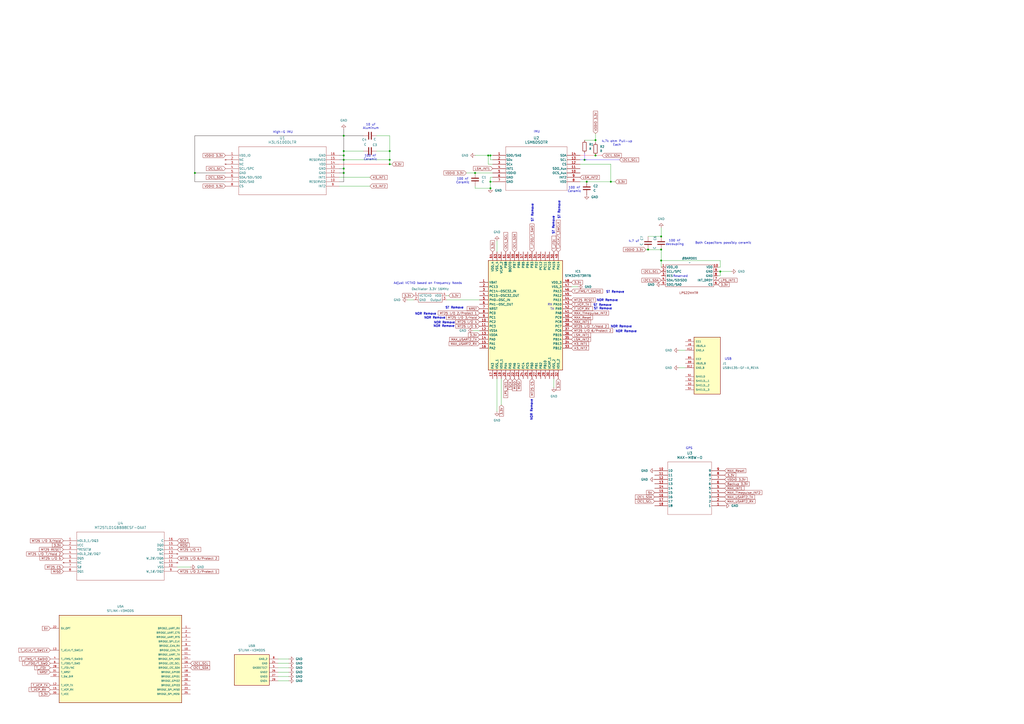
<source format=kicad_sch>
(kicad_sch (version 20250114) (generator "eeschema") (generator_version "9.0")
  (paper "A2")
  (lib_symbols
    (symbol "Device:C" (pin_numbers (hide yes)) (pin_names (offset 0.254))
      (property "Reference" "C" (at 0.635 2.54 0))
      (property "Value" "C" (at 0.635 -2.54 0))
      (symbol "C_0_1"
        (polyline (pts (xy -2.032 0.762) (xy 2.032 0.762)) (stroke (width 0.508)))
        (polyline (pts (xy -2.032 -0.762) (xy 2.032 -0.762)) (stroke (width 0.508)))
      )
      (symbol "C_1_1"
        (pin passive line (at 0 3.81 270) (length 2.794) (name "~") (number "1"))
        (pin passive line (at 0 -3.81 90) (length 2.794) (name "~") (number "2"))
      )
    )
    (symbol "Device:R" (pin_numbers (hide yes)) (pin_names (offset 0))
      (property "Reference" "R" (at 2.032 0 90))
      (property "Value" "R" (at 0 0 90))
      (symbol "R_0_1"
        (rectangle (start -1.016 -2.54) (end 1.016 2.54) (stroke (width 0.254)))
      )
      (symbol "R_1_1"
        (pin passive line (at 0 3.81 270) (length 1.27) (name "~") (number "1"))
        (pin passive line (at 0 -3.81 90) (length 1.27) (name "~") (number "2"))
      )
    )
    (symbol "Rocket Club 2025 Parts Symbols_Including_Full_Stm32:BARO_LPS22HHTR" (power) (in_bom no) (on_board no)
      (property "Reference" "BARO" (at 9.398 2.032 0))
      (symbol "BARO_LPS22HHTR_0_1"
        (rectangle (start -3.81 -2.54) (end 24.13 -15.24))
      )
      (symbol "BARO_LPS22HHTR_1_1"
        (text "LPS22HHTR" (at 9.652 -18.796 0) (effects (font (size 1.27 1.27))))
        (pin input line (at -6.35 -3.81 0) (length 2.54) (name "VDD_IO") (number "1"))
        (pin input line (at -6.35 -6.35 0) (length 2.54) (name "SCL/SPC") (number "2"))
        (pin input line (at -6.35 -8.89 0) (length 2.54) (name "RES") (number "3"))
        (pin bidirectional line (at -6.35 -11.43 0) (length 2.54) (name "SDA/SDISDO") (number "4"))
        (pin bidirectional line (at -6.35 -13.97 0) (length 2.54) (name "SDO/SA0") (number "5"))
        (pin input line (at 26.67 -3.81 180) (length 2.54) (name "VDD") (number "10"))
        (pin input line (at 26.67 -6.35 180) (length 2.54) (name "GND") (number "9"))
        (pin input line (at 26.67 -8.89 180) (length 2.54) (name "GND") (number "8"))
        (pin output line (at 26.67 -11.43 180) (length 2.54) (name "INT_DRDY") (number "7"))
        (pin input line (at 26.67 -13.97 180) (length 2.54) (name "CS") (number "6"))
      )
    )
    (symbol "Rocket Club 2025 Parts Symbols_Including_Full_Stm32:H3LIS100DLTR" (pin_names (offset 0.254))
      (property "Reference" "U" (at 33.02 10.16 0))
      (property "Value" "H3LIS100DLTR" (at 33.02 7.62 0))
      (symbol "H3LIS100DLTR_0_1"
        (polyline (pts (xy 7.62 5.08) (xy 7.62 -22.86)) (stroke (width 0.127)))
        (polyline (pts (xy 7.62 -22.86) (xy 58.42 -22.86)) (stroke (width 0.127)))
        (polyline (pts (xy 58.42 5.08) (xy 7.62 5.08)) (stroke (width 0.127)))
        (polyline (pts (xy 58.42 -22.86) (xy 58.42 5.08)) (stroke (width 0.127)))
        (pin power_in line (at 0 0 0) (length 7.62) (name "VDD_IO") (number "1"))
        (pin no_connect line (at 0 -2.54 0) (length 7.62) (name "NC") (number "2"))
        (pin no_connect line (at 0 -5.08 0) (length 7.62) (name "NC") (number "3"))
        (pin bidirectional line (at 0 -7.62 0) (length 7.62) (name "SCL/SPC") (number "4"))
        (pin power_in line (at 0 -10.16 0) (length 7.62) (name "GND") (number "5"))
        (pin bidirectional line (at 0 -12.7 0) (length 7.62) (name "SDA/SDI/SDO") (number "6"))
        (pin bidirectional line (at 0 -15.24 0) (length 7.62) (name "SDO/SA0") (number "7"))
        (pin bidirectional line (at 0 -17.78 0) (length 7.62) (name "CS") (number "8"))
        (pin power_in line (at 66.04 0 180) (length 7.62) (name "GND") (number "16"))
        (pin unspecified line (at 66.04 -2.54 180) (length 7.62) (name "RESERVED") (number "15"))
        (pin power_in line (at 66.04 -5.08 180) (length 7.62) (name "VDD") (number "14"))
        (pin power_in line (at 66.04 -7.62 180) (length 7.62) (name "GND") (number "13"))
        (pin power_in line (at 66.04 -10.16 180) (length 7.62) (name "GND") (number "12"))
        (pin bidirectional line (at 66.04 -12.7 180) (length 7.62) (name "INT1") (number "11"))
        (pin unspecified line (at 66.04 -15.24 180) (length 7.62) (name "RESERVED") (number "10"))
        (pin bidirectional line (at 66.04 -17.78 180) (length 7.62) (name "INT2") (number "9"))
      )
    )
    (symbol "Rocket Club 2025 Parts Symbols_Including_Full_Stm32:LSM6DSOTR" (pin_names (offset 0.254))
      (property "Reference" "U" (at 25.4 10.16 0))
      (property "Value" "LSM6DSOTR" (at 25.4 7.62 0))
      (symbol "LSM6DSOTR_0_1"
        (polyline (pts (xy 7.62 5.08) (xy 7.62 -20.32)) (stroke (width 0.127)))
        (polyline (pts (xy 7.62 -20.32) (xy 43.18 -20.32)) (stroke (width 0.127)))
        (polyline (pts (xy 43.18 5.08) (xy 7.62 5.08)) (stroke (width 0.127)))
        (polyline (pts (xy 43.18 -20.32) (xy 43.18 5.08)) (stroke (width 0.127)))
        (pin bidirectional line (at 0 0 0) (length 7.62) (name "SDO/SA0") (number "1"))
        (pin bidirectional line (at 0 -2.54 0) (length 7.62) (name "SDx") (number "2"))
        (pin bidirectional line (at 0 -5.08 0) (length 7.62) (name "SCx") (number "3"))
        (pin output line (at 0 -7.62 0) (length 7.62) (name "INT1") (number "4"))
        (pin power_in line (at 0 -10.16 0) (length 7.62) (name "VDDIO") (number "5"))
        (pin power_out line (at 0 -12.7 0) (length 7.62) (name "GND") (number "6"))
        (pin power_out line (at 0 -15.24 0) (length 7.62) (name "GND") (number "7"))
        (pin bidirectional line (at 50.8 0 180) (length 7.62) (name "SDA") (number "14"))
        (pin input line (at 50.8 -2.54 180) (length 7.62) (name "SCL") (number "13"))
        (pin input line (at 50.8 -5.08 180) (length 7.62) (name "CS") (number "12"))
        (pin bidirectional line (at 50.8 -7.62 180) (length 7.62) (name "SDO_Aux") (number "11"))
        (pin bidirectional line (at 50.8 -10.16 180) (length 7.62) (name "OCS_Aux") (number "10"))
        (pin output line (at 50.8 -12.7 180) (length 7.62) (name "INT2") (number "9"))
        (pin power_in line (at 50.8 -15.24 180) (length 7.62) (name "VDD") (number "8"))
      )
    )
    (symbol "Rocket Club 2025 Parts Symbols_Including_Full_Stm32:MAX-M8W-0" (pin_names (offset 0.254))
      (property "Reference" "U" (at 20.32 10.16 0))
      (property "Value" "MAX-M8W-0" (at 20.32 7.62 0))
      (symbol "MAX-M8W-0_0_1"
        (polyline (pts (xy 7.62 5.08) (xy 7.62 -25.4)) (stroke (width 0.127)))
        (polyline (pts (xy 7.62 -25.4) (xy 33.02 -25.4)) (stroke (width 0.127)))
        (polyline (pts (xy 33.02 5.08) (xy 7.62 5.08)) (stroke (width 0.127)))
        (polyline (pts (xy 33.02 -25.4) (xy 33.02 5.08)) (stroke (width 0.127)))
        (pin unspecified line (at 0 0 0) (length 7.62) (name "1") (number "1"))
        (pin unspecified line (at 0 -2.54 0) (length 7.62) (name "2") (number "2"))
        (pin unspecified line (at 0 -5.08 0) (length 7.62) (name "3") (number "3"))
        (pin unspecified line (at 0 -7.62 0) (length 7.62) (name "4") (number "4"))
        (pin unspecified line (at 0 -10.16 0) (length 7.62) (name "5") (number "5"))
        (pin unspecified line (at 0 -12.7 0) (length 7.62) (name "6") (number "6"))
        (pin unspecified line (at 0 -15.24 0) (length 7.62) (name "7") (number "7"))
        (pin unspecified line (at 0 -17.78 0) (length 7.62) (name "8") (number "8"))
        (pin unspecified line (at 0 -20.32 0) (length 7.62) (name "9") (number "9"))
        (pin unspecified line (at 40.64 0 180) (length 7.62) (name "18") (number "18"))
        (pin unspecified line (at 40.64 -2.54 180) (length 7.62) (name "17") (number "17"))
        (pin unspecified line (at 40.64 -5.08 180) (length 7.62) (name "16") (number "16"))
        (pin unspecified line (at 40.64 -7.62 180) (length 7.62) (name "15") (number "15"))
        (pin unspecified line (at 40.64 -10.16 180) (length 7.62) (name "14") (number "14"))
        (pin unspecified line (at 40.64 -12.7 180) (length 7.62) (name "13") (number "13"))
        (pin unspecified line (at 40.64 -15.24 180) (length 7.62) (name "12") (number "12"))
        (pin unspecified line (at 40.64 -17.78 180) (length 7.62) (name "11") (number "11"))
        (pin unspecified line (at 40.64 -20.32 180) (length 7.62) (name "10") (number "10"))
      )
    )
    (symbol "Rocket Club 2025 Parts Symbols_Including_Full_Stm32:MT25TL01GBBB8ESF-0AAT" (pin_names (offset 0.254))
      (property "Reference" "U" (at 33.02 10.16 0))
      (property "Value" "MT25TL01GBBB8ESF-0AAT" (at 33.02 7.62 0))
      (symbol "MT25TL01GBBB8ESF-0AAT_0_1"
        (polyline (pts (xy 7.62 5.08) (xy 7.62 -22.86)) (stroke (width 0.127)))
        (polyline (pts (xy 7.62 -22.86) (xy 58.42 -22.86)) (stroke (width 0.127)))
        (polyline (pts (xy 58.42 5.08) (xy 7.62 5.08)) (stroke (width 0.127)))
        (polyline (pts (xy 58.42 -22.86) (xy 58.42 5.08)) (stroke (width 0.127)))
        (pin bidirectional line (at 0 0 0) (length 7.62) (name "HOLD_1/DQ3") (number "1"))
        (pin power_in line (at 0 -2.54 0) (length 7.62) (name "VCC") (number "2"))
        (pin input line (at 0 -5.08 0) (length 7.62) (name "*RESET#") (number "3"))
        (pin bidirectional line (at 0 -7.62 0) (length 7.62) (name "HOLD_2#/DQ7") (number "4"))
        (pin bidirectional line (at 0 -10.16 0) (length 7.62) (name "DQ5") (number "5"))
        (pin no_connect line (at 0 -12.7 0) (length 7.62) (name "NC") (number "6"))
        (pin input line (at 0 -15.24 0) (length 7.62) (name "S#") (number "7"))
        (pin bidirectional line (at 0 -17.78 0) (length 7.62) (name "DQ1") (number "8"))
        (pin input line (at 66.04 0 180) (length 7.62) (name "C") (number "16"))
        (pin bidirectional line (at 66.04 -2.54 180) (length 7.62) (name "DQ0") (number "15"))
        (pin bidirectional line (at 66.04 -5.08 180) (length 7.62) (name "DQ4") (number "14"))
        (pin no_connect line (at 66.04 -7.62 180) (length 7.62) (name "NC") (number "13"))
        (pin bidirectional line (at 66.04 -10.16 180) (length 7.62) (name "W_2#/DQ6") (number "12"))
        (pin no_connect line (at 66.04 -12.7 180) (length 7.62) (name "NC") (number "11"))
        (pin power_out line (at 66.04 -15.24 180) (length 7.62) (name "VSS") (number "10"))
        (pin bidirectional line (at 66.04 -17.78 180) (length 7.62) (name "W_1#/DQ2") (number "9"))
      )
    )
    (symbol "Rocket Club 2025 Parts Symbols_Including_Full_Stm32:Oscillator_TXETDDSANF-16Mhz"
      (property "Reference" "Oscillator 3.3V 16MHz" (at 3.302 -3.556 0))
      (property "Value" "Oscillator 3.3V 16MHz" (at 3.302 -3.556 0))
      (symbol "Oscillator_TXETDDSANF-16Mhz_0_1"
        (rectangle (start -1.27 6.35) (end 12.7 1.27))
      )
      (symbol "Oscillator_TXETDDSANF-16Mhz_1_1"
        (pin input line (at -3.81 5.08 0) (length 2.54) (name "VCTCXO") (number "1"))
        (pin input line (at -3.81 2.54 0) (length 2.54) (name "GND") (number "2"))
        (pin input line (at 15.24 5.08 180) (length 2.54) (name "VDD") (number "4"))
        (pin output line (at 15.24 2.54 180) (length 2.54) (name "Output") (number "3"))
      )
    )
    (symbol "Rocket Club 2025 Parts Symbols_Including_Full_Stm32:STLINK-V3MODS" (pin_names (offset 1.016))
      (property "Reference" "U" (at -35.56 26.162 0))
      (property "Value" "STLINK-V3MODS" (at -35.56 -27.94 0))
      (symbol "STLINK-V3MODS_1_0"
        (rectangle (start -35.56 -25.4) (end 35.56 25.4) (stroke (width 0.254)) (fill (type background)))
        (pin passive line (at -40.64 17.78 0) (length 5.08) (name "5V_OPT") (number "22"))
        (pin passive line (at -40.64 5.08 0) (length 5.08) (name "T_JCLK/T_SWCLK") (number "13"))
        (pin passive line (at -40.64 0 0) (length 5.08) (name "T_JTMS/T_SWDIO") (number "4"))
        (pin passive line (at -40.64 -2.54 0) (length 5.08) (name "T_JTDO/T_SWO") (number "6"))
        (pin passive line (at -40.64 -5.08 0) (length 5.08) (name "T_JTDI/NC") (number "28"))
        (pin passive line (at -40.64 -7.62 0) (length 5.08) (name "T_NRST") (number "31"))
        (pin passive line (at -40.64 -10.16 0) (length 5.08) (name "T_SW_DIR") (number "32"))
        (pin passive line (at -40.64 -15.24 0) (length 5.08) (name "T_VCP_TX") (number "12"))
        (pin passive line (at -40.64 -17.78 0) (length 5.08) (name "T_VCP_RX") (number "15"))
        (pin passive line (at -40.64 -20.32 0) (length 5.08) (name "T_VCC") (number "30"))
        (pin passive line (at 40.64 17.78 180) (length 5.08) (name "BRIDGE_UART_RX") (number "1"))
        (pin passive line (at 40.64 15.24 180) (length 5.08) (name "BRIDGE_UART_CTS") (number "2"))
        (pin passive line (at 40.64 12.7 180) (length 5.08) (name "BRIDGE_UART_RTS") (number "3"))
        (pin passive line (at 40.64 10.16 180) (length 5.08) (name "BRIDGE_SPI_CLK") (number "7"))
        (pin passive line (at 40.64 7.62 180) (length 5.08) (name "BRIDGE_CAN_RX") (number "9"))
        (pin passive line (at 40.64 5.08 180) (length 5.08) (name "BRIDGE_CAN_TX") (number "10"))
        (pin passive line (at 40.64 2.54 180) (length 5.08) (name "BRIDGE_UART_TX") (number "11"))
        (pin passive line (at 40.64 0 180) (length 5.08) (name "BRIDGE_SPI_NSS") (number "14"))
        (pin bidirectional line (at 40.64 -2.54 180) (length 5.08) (name "BRIDGE_I2C_SCL") (number "16"))
        (pin bidirectional line (at 40.64 -5.08 180) (length 5.08) (name "BRIDGE_I2C_SDA") (number "17"))
        (pin bidirectional line (at 40.64 -7.62 180) (length 5.08) (name "BRIDGE_GPIO0") (number "18"))
        (pin bidirectional line (at 40.64 -10.16 180) (length 5.08) (name "BRIDGE_GPIO1") (number "19"))
        (pin bidirectional line (at 40.64 -12.7 180) (length 5.08) (name "BRIDGE_GPIO2") (number "20"))
        (pin bidirectional line (at 40.64 -15.24 180) (length 5.08) (name "BRIDGE_GPIO3") (number "21"))
        (pin passive line (at 40.64 -17.78 180) (length 5.08) (name "BRIDGE_SPI_MISO") (number "23"))
        (pin passive line (at 40.64 -20.32 180) (length 5.08) (name "BRIDGE_SPI_MOSI") (number "25"))
      )
      (symbol "STLINK-V3MODS_2_0"
        (rectangle (start -10.16 -10.16) (end 10.16 7.62) (stroke (width 0.254)) (fill (type background)))
        (pin power_in line (at 15.24 5.08 180) (length 5.08) (name "GND_2") (number "8"))
        (pin power_in line (at 15.24 2.54 180) (length 5.08) (name "GND") (number "24"))
        (pin power_in line (at 15.24 0 180) (length 5.08) (name "GNDDETECT") (number "5"))
        (pin power_in line (at 15.24 -2.54 180) (length 5.08) (name "GND2") (number "26"))
        (pin power_in line (at 15.24 -5.08 180) (length 5.08) (name "GND3") (number "27"))
        (pin power_in line (at 15.24 -7.62 180) (length 5.08) (name "GND4") (number "29"))
      )
    )
    (symbol "Rocket Club 2025 Parts Symbols_Including_Full_Stm32:STM32H573RIT6"
      (property "Reference" "IC" (at 49.53 17.78 0))
      (property "Value" "STM32H573RIT6" (at 49.53 15.24 0))
      (symbol "STM32H573RIT6_1_1"
        (rectangle (start 5.08 12.7) (end 48.26 -50.8) (stroke (width 0.254)) (fill (type background)))
        (pin passive line (at 0 0 0) (length 5.08) (name "VBAT") (number "1"))
        (pin passive line (at 0 -2.54 0) (length 5.08) (name "PC13") (number "2"))
        (pin passive line (at 0 -5.08 0) (length 5.08) (name "PC14-OSC32_IN") (number "3"))
        (pin passive line (at 0 -7.62 0) (length 5.08) (name "PC15-OSC32_OUT") (number "4"))
        (pin passive line (at 0 -10.16 0) (length 5.08) (name "PH0-OSC_IN") (number "5"))
        (pin passive line (at 0 -12.7 0) (length 5.08) (name "PH1-OSC_OUT") (number "6"))
        (pin passive line (at 0 -15.24 0) (length 5.08) (name "NRST") (number "7"))
        (pin passive line (at 0 -17.78 0) (length 5.08) (name "PC0") (number "8"))
        (pin passive line (at 0 -20.32 0) (length 5.08) (name "PC1") (number "9"))
        (pin passive line (at 0 -22.86 0) (length 5.08) (name "PC2") (number "10"))
        (pin passive line (at 0 -25.4 0) (length 5.08) (name "PC3") (number "11"))
        (pin passive line (at 0 -27.94 0) (length 5.08) (name "VSSA") (number "12"))
        (pin passive line (at 0 -30.48 0) (length 5.08) (name "VDDA") (number "13"))
        (pin passive line (at 0 -33.02 0) (length 5.08) (name "PA0") (number "14"))
        (pin passive line (at 0 -35.56 0) (length 5.08) (name "PA1") (number "15"))
        (pin passive line (at 0 -38.1 0) (length 5.08) (name "PA2") (number "16"))
        (pin passive line (at 7.62 17.78 270) (length 5.08) (name "VDD_4") (number "64"))
        (pin passive line (at 7.62 -55.88 90) (length 5.08) (name "PA3") (number "17"))
        (pin passive line (at 10.16 17.78 270) (length 5.08) (name "VSS_4") (number "63"))
        (pin passive line (at 10.16 -55.88 90) (length 5.08) (name "VSS_1") (number "18"))
        (pin passive line (at 12.7 17.78 270) (length 5.08) (name "VCAP_2") (number "62"))
        (pin passive line (at 12.7 -55.88 90) (length 5.08) (name "VDD_1") (number "19"))
        (pin passive line (at 15.24 17.78 270) (length 5.08) (name "PB8") (number "61"))
        (pin passive line (at 15.24 -55.88 90) (length 5.08) (name "PA4") (number "20"))
        (pin passive line (at 17.78 17.78 270) (length 5.08) (name "BOOT0") (number "60"))
        (pin passive line (at 17.78 -55.88 90) (length 5.08) (name "PA5") (number "21"))
        (pin passive line (at 20.32 17.78 270) (length 5.08) (name "PB7") (number "59"))
        (pin passive line (at 20.32 -55.88 90) (length 5.08) (name "PA6") (number "22"))
        (pin passive line (at 22.86 17.78 270) (length 5.08) (name "PB6") (number "58"))
        (pin passive line (at 22.86 -55.88 90) (length 5.08) (name "PA7") (number "23"))
        (pin passive line (at 25.4 17.78 270) (length 5.08) (name "PB5") (number "57"))
        (pin passive line (at 25.4 -55.88 90) (length 5.08) (name "PC4") (number "24"))
        (pin passive line (at 27.94 17.78 270) (length 5.08) (name "PB4") (number "56"))
        (pin passive line (at 27.94 -55.88 90) (length 5.08) (name "PC5") (number "25"))
        (pin passive line (at 30.48 17.78 270) (length 5.08) (name "PB3") (number "55"))
        (pin passive line (at 30.48 -55.88 90) (length 5.08) (name "PB0") (number "26"))
        (pin passive line (at 33.02 17.78 270) (length 5.08) (name "PD2") (number "54"))
        (pin passive line (at 33.02 -55.88 90) (length 5.08) (name "PB1") (number "27"))
        (pin passive line (at 35.56 17.78 270) (length 5.08) (name "PC12") (number "53"))
        (pin passive line (at 35.56 -55.88 90) (length 5.08) (name "PB2") (number "28"))
        (pin passive line (at 38.1 17.78 270) (length 5.08) (name "PC11") (number "52"))
        (pin passive line (at 38.1 -55.88 90) (length 5.08) (name "PB10") (number "29"))
        (pin passive line (at 40.64 17.78 270) (length 5.08) (name "PC10") (number "51"))
        (pin passive line (at 40.64 -55.88 90) (length 5.08) (name "VCAP_1") (number "30"))
        (pin passive line (at 43.18 17.78 270) (length 5.08) (name "PA15") (number "50"))
        (pin passive line (at 43.18 -55.88 90) (length 5.08) (name "VSS_2") (number "31"))
        (pin passive line (at 45.72 17.78 270) (length 5.08) (name "PA14") (number "49"))
        (pin passive line (at 45.72 -55.88 90) (length 5.08) (name "VDD_2") (number "32"))
        (pin passive line (at 53.34 0 180) (length 5.08) (name "VDD_3") (number "48"))
        (pin passive line (at 53.34 -2.54 180) (length 5.08) (name "VSS_3") (number "47"))
        (pin passive line (at 53.34 -5.08 180) (length 5.08) (name "PA13") (number "46"))
        (pin passive line (at 53.34 -7.62 180) (length 5.08) (name "PA12") (number "45"))
        (pin passive line (at 53.34 -10.16 180) (length 5.08) (name "PA11") (number "44"))
        (pin passive line (at 53.34 -12.7 180) (length 5.08) (name "PA10") (number "43"))
        (pin passive line (at 53.34 -15.24 180) (length 5.08) (name "PA9") (number "42"))
        (pin passive line (at 53.34 -17.78 180) (length 5.08) (name "PA8") (number "41"))
        (pin passive line (at 53.34 -20.32 180) (length 5.08) (name "PC9") (number "40"))
        (pin passive line (at 53.34 -22.86 180) (length 5.08) (name "PC8") (number "39"))
        (pin passive line (at 53.34 -25.4 180) (length 5.08) (name "PC7") (number "38"))
        (pin passive line (at 53.34 -27.94 180) (length 5.08) (name "PC6") (number "37"))
        (pin passive line (at 53.34 -30.48 180) (length 5.08) (name "PB15") (number "36"))
        (pin passive line (at 53.34 -33.02 180) (length 5.08) (name "PB14") (number "35"))
        (pin passive line (at 53.34 -35.56 180) (length 5.08) (name "PB13") (number "34"))
        (pin passive line (at 53.34 -38.1 180) (length 5.08) (name "PB12") (number "33"))
      )
    )
    (symbol "Rocket Club 2025 Parts Symbols_Including_Full_Stm32:USB4135-GF-A_REVA" (pin_names (offset 1.016))
      (property "Reference" "J" (at -7.62 13.462 0))
      (property "Value" "USB4135-GF-A_REVA" (at -7.62 -21.082 0))
      (symbol "USB4135-GF-A_REVA_0_0"
        (rectangle (start -7.62 -20.32) (end 7.62 12.7) (stroke (width 0.254)) (fill (type background)))
        (pin bidirectional line (at -12.7 10.16 0) (length 5.08) (name "CC1") (number "A5"))
        (pin power_in line (at -12.7 7.62 0) (length 5.08) (name "VBUS_A") (number "A9"))
        (pin power_in line (at -12.7 5.08 0) (length 5.08) (name "GND_A") (number "A12"))
        (pin bidirectional line (at -12.7 0 0) (length 5.08) (name "CC2") (number "B5"))
        (pin power_in line (at -12.7 -2.54 0) (length 5.08) (name "VBUS_B") (number "B9"))
        (pin power_in line (at -12.7 -5.08 0) (length 5.08) (name "GND_B") (number "B12"))
        (pin passive line (at -12.7 -10.16 0) (length 5.08) (name "SHIELD") (number "S1"))
        (pin passive line (at -12.7 -12.7 0) (length 5.08) (name "SHIELD__1") (number "S2"))
        (pin passive line (at -12.7 -15.24 0) (length 5.08) (name "SHIELD__2") (number "S3"))
        (pin passive line (at -12.7 -17.78 0) (length 5.08) (name "SHIELD__3") (number "S4"))
      )
    )
    (symbol "power:GND" (power) (pin_numbers (hide yes)) (pin_names (offset 0) (hide yes))
      (property "Value" "GND" (at 0 -3.81 0))
      (symbol "GND_0_1"
        (polyline (pts (xy 0 0) (xy 0 -1.27) (xy 1.27 -1.27) (xy 0 -2.54) (xy -1.27 -1.27) (xy 0 -1.27)))
      )
      (symbol "GND_1_1"
        (pin power_in line (at 0 0 270) (length 0) (name "~") (number "1"))
      )
    )
  )
  (text "Both Capacitors possibly ceramic" (at 419.608 140.97 0) (effects (font (size 1.27 1.27))))
  (text "Reserved" (at 394.716 160.274 0) (effects (font (size 1.27 1.27))))
  (text "ST Remove" (at 321.056 130.556 90) (effects (font (size 1.27 1.27) (thickness 0.254) (bold yes))))
  (text "ST Remove" (at 356.87 169.418 0) (effects (font (size 1.27 1.27) (thickness 0.254) (bold yes))))
  (text "NOR Remove" (at 257.81 187.198 0) (effects (font (size 1.27 1.27) (thickness 0.254) (bold yes))))
  (text "ST Remove" (at 308.864 123.444 90) (effects (font (size 1.27 1.27) (thickness 0.254) (bold yes))))
  (text "NOR Remove" (at 363.22 192.278 0) (effects (font (size 1.27 1.27) (thickness 0.254) (bold yes))))
  (text "High-G IMU" (at 164.084 76.708 0) (effects (font (size 1.27 1.27))))
  (text "ST Remove" (at 349.758 179.07 0) (effects (font (size 1.27 1.27) (thickness 0.254) (bold yes))))
  (text "IMU" (at 311.404 76.454 0) (effects (font (size 1.27 1.27))))
  (text "4.7 uF\n\n" (at 367.792 140.97 0) (effects (font (size 1.27 1.27))))
  (text "4.7k ohm Pull-up\nEach\n" (at 357.886 83.058 0) (effects (font (size 1.27 1.27))))
  (text "NOR Remove" (at 252.222 184.404 0) (effects (font (size 1.27 1.27) (thickness 0.254) (bold yes))))
  (text "100 nF\nCeramic\n" (at 333.248 109.982 0) (effects (font (size 1.27 1.27))))
  (text "TX" (at 320.294 179.324 0) (effects (font (size 1.27 1.27))))
  (text "ST Remove" (at 263.652 178.562 0) (effects (font (size 1.27 1.27) (thickness 0.254) (bold yes))))
  (text "ST Remove" (at 349.504 177.038 0) (effects (font (size 1.27 1.27) (thickness 0.254) (bold yes))))
  (text "USB\n" (at 422.402 208.28 0) (effects (font (size 1.27 1.27))))
  (text "NOR Remove" (at 352.298 174.244 0) (effects (font (size 1.27 1.27) (thickness 0.254) (bold yes))))
  (text "GPS\n" (at 399.796 260.096 0) (effects (font (size 1.27 1.27))))
  (text "100 nF\ndecoupling\n" (at 391.414 140.716 0) (effects (font (size 1.27 1.27))))
  (text "NOR Remove" (at 308.356 237.744 90) (effects (font (size 1.27 1.27) (thickness 0.254) (bold yes))))
  (text "10 uF\nAluminum\n\n" (at 215.138 74.422 0) (effects (font (size 1.27 1.27))))
  (text "NOR Remove" (at 360.426 189.484 0) (effects (font (size 1.27 1.27) (thickness 0.254) (bold yes))))
  (text "Adjust VCTXO based on Frequency Needs\n" (at 248.158 164.338 0) (effects (font (size 1.27 1.27))))
  (text "RX" (at 319.024 176.784 0) (effects (font (size 1.27 1.27))))
  (text "100 nF\nCeramic\n" (at 214.884 91.44 0) (effects (font (size 1.27 1.27))))
  (text "NOR Remove" (at 246.888 182.118 0) (effects (font (size 1.27 1.27) (thickness 0.254) (bold yes))))
  (text "100 nF\nCeramic\n" (at 268.478 104.902 0) (effects (font (size 1.27 1.27))))
  (text "NOR Remove" (at 257.556 189.23 0) (effects (font (size 1.27 1.27) (thickness 0.254) (bold yes))))
  (text "ST Remove" (at 324.358 121.666 90) (effects (font (size 1.27 1.27) (thickness 0.254) (bold yes))))
  (junction (at 345.44 81.28))
  (junction (at 199.39 92.71))
  (junction (at 345.44 90.17))
  (junction (at 226.06 87.63))
  (junction (at 383.54 151.13))
  (junction (at 383.54 144.78))
  (junction (at 199.39 87.63))
  (junction (at 283.21 90.17))
  (junction (at 340.36 105.41))
  (junction (at 275.59 100.33))
  (junction (at 199.39 97.79))
  (junction (at 339.09 92.71))
  (junction (at 226.06 92.71))
  (junction (at 375.92 144.78))
  (junction (at 284.48 90.17))
  (junction (at 199.39 100.33))
  (junction (at 226.06 95.25))
  (junction (at 383.54 137.16))
  (junction (at 199.39 90.17))
  (junction (at 354.33 105.41))
  (junction (at 417.83 157.48))
  (junction (at 113.03 100.33))
  (junction (at 284.48 105.41))
  (junction (at 199.39 78.74))
  (junction (at 284.48 109.22))
  (wire (pts (xy 283.21 90.17) (xy 284.48 90.17)))
  (wire (pts (xy 417.83 151.13) (xy 417.83 154.94)))
  (wire (pts (xy 227.33 95.25) (xy 226.06 95.25)))
  (wire (pts (xy 196.85 97.79) (xy 199.39 97.79)) (stroke (width 0) (color 14 0 0 1)))
  (wire (pts (xy 199.39 92.71) (xy 226.06 92.71)))
  (wire (pts (xy 393.7 203.2) (xy 397.51 203.2)))
  (wire (pts (xy 354.33 105.41) (xy 340.36 105.41)))
  (wire (pts (xy 339.09 81.28) (xy 345.44 81.28)))
  (wire (pts (xy 345.44 77.47) (xy 345.44 81.28)))
  (wire (pts (xy 275.59 90.17) (xy 283.21 90.17)))
  (wire (pts (xy 259.08 173.99) (xy 278.13 173.99)))
  (wire (pts (xy 167.64 389.89) (xy 161.29 389.89)))
  (wire (pts (xy 340.36 92.71) (xy 339.09 92.71)) (stroke (width 0) (color 52 41 255 1)))
  (wire (pts (xy 285.75 92.71) (xy 284.48 92.71)))
  (wire (pts (xy 196.85 90.17) (xy 199.39 90.17)) (stroke (width 0) (color 14 0 0 1)))
  (wire (pts (xy 275.59 109.22) (xy 284.48 109.22)))
  (wire (pts (xy 336.55 95.25) (xy 354.33 95.25)))
  (wire (pts (xy 167.64 392.43) (xy 161.29 392.43)))
  (wire (pts (xy 417.83 154.94) (xy 416.56 154.94)))
  (wire (pts (xy 393.7 213.36) (xy 397.51 213.36)))
  (wire (pts (xy 383.54 151.13) (xy 417.83 151.13)))
  (wire (pts (xy 260.35 171.45) (xy 259.08 171.45)))
  (wire (pts (xy 284.48 90.17) (xy 285.75 90.17)))
  (wire (pts (xy 218.44 87.63) (xy 226.06 87.63)))
  (wire (pts (xy 284.48 90.17) (xy 284.48 92.71)))
  (wire (pts (xy 199.39 87.63) (xy 199.39 90.17)) (stroke (width 0) (color 14 0 0 1)))
  (wire (pts (xy 356.87 105.41) (xy 354.33 105.41)))
  (wire (pts (xy 284.48 105.41) (xy 285.75 105.41)))
  (wire (pts (xy 285.75 95.25) (xy 283.21 95.25)))
  (wire (pts (xy 167.64 384.81) (xy 161.29 384.81)))
  (wire (pts (xy 340.36 105.41) (xy 336.55 105.41)))
  (wire (pts (xy 199.39 97.79) (xy 199.39 100.33)) (stroke (width 0) (color 14 0 0 1)))
  (wire (pts (xy 199.39 78.74) (xy 210.82 78.74)) (stroke (width 0) (color 14 0 0 1)))
  (wire (pts (xy 236.22 173.99) (xy 240.03 173.99)))
  (wire (pts (xy 214.63 102.87) (xy 196.85 102.87)))
  (wire (pts (xy 226.06 92.71) (xy 226.06 95.25)))
  (wire (pts (xy 274.32 191.77) (xy 278.13 191.77)))
  (wire (pts (xy 199.39 100.33) (xy 199.39 105.41)) (stroke (width 0) (color 14 0 0 1)))
  (wire (pts (xy 113.03 105.41) (xy 113.03 100.33)) (stroke (width 0) (color 14 0 0 1)))
  (wire (pts (xy 284.48 105.41) (xy 284.48 109.22)))
  (wire (pts (xy 321.31 224.79) (xy 321.31 219.71)))
  (wire (pts (xy 167.64 394.97) (xy 161.29 394.97)))
  (wire (pts (xy 285.75 102.87) (xy 284.48 102.87)))
  (wire (pts (xy 288.29 139.7) (xy 288.29 146.05)))
  (wire (pts (xy 199.39 87.63) (xy 210.82 87.63)))
  (wire (pts (xy 214.63 107.95) (xy 196.85 107.95)))
  (wire (pts (xy 339.09 92.71) (xy 336.55 92.71)) (stroke (width 0) (color 52 41 255 1)))
  (wire (pts (xy 199.39 78.74) (xy 199.39 87.63)) (stroke (width 0) (color 14 0 0 1)))
  (wire (pts (xy 110.49 328.93) (xy 102.87 328.93)))
  (wire (pts (xy 416.56 160.02) (xy 417.83 160.02)))
  (wire (pts (xy 199.39 90.17) (xy 199.39 92.71)) (stroke (width 0) (color 14 0 0 1)))
  (wire (pts (xy 339.09 88.9) (xy 339.09 92.71)) (stroke (width 0) (color 45 14 255 1)))
  (wire (pts (xy 270.51 100.33) (xy 275.59 100.33)))
  (wire (pts (xy 226.06 87.63) (xy 226.06 92.71)))
  (wire (pts (xy 335.28 166.37) (xy 331.47 166.37)))
  (wire (pts (xy 345.44 81.28) (xy 345.44 82.55)))
  (wire (pts (xy 226.06 78.74) (xy 226.06 87.63)))
  (wire (pts (xy 417.83 160.02) (xy 417.83 157.48)))
  (wire (pts (xy 167.64 387.35) (xy 161.29 387.35)))
  (wire (pts (xy 417.83 157.48) (xy 416.56 157.48)))
  (wire (pts (xy 375.92 144.78) (xy 383.54 144.78)))
  (wire (pts (xy 218.44 78.74) (xy 226.06 78.74)))
  (wire (pts (xy 199.39 105.41) (xy 196.85 105.41)) (stroke (width 0) (color 14 0 0 1)))
  (wire (pts (xy 113.03 105.41) (xy 130.81 105.41)) (stroke (width 0) (color 14 0 0 1)))
  (wire (pts (xy 283.21 90.17) (xy 283.21 95.25)))
  (wire (pts (xy 349.25 90.17) (xy 345.44 90.17)) (stroke (width 0) (color 255 52 90 1)))
  (wire (pts (xy 290.83 234.95) (xy 290.83 219.71)))
  (wire (pts (xy 424.18 157.48) (xy 417.83 157.48)))
  (wire (pts (xy 275.59 100.33) (xy 285.75 100.33)))
  (wire (pts (xy 383.54 144.78) (xy 383.54 151.13)))
  (wire (pts (xy 339.09 92.71) (xy 340.36 92.71)) (stroke (width 0) (color 45 14 255 1)))
  (wire (pts (xy 199.39 92.71) (xy 199.39 97.79)) (stroke (width 0) (color 14 0 0 1)))
  (wire (pts (xy 288.29 238.76) (xy 288.29 219.71)))
  (wire (pts (xy 113.03 78.74) (xy 199.39 78.74)) (stroke (width 0) (color 14 0 0 1)))
  (wire (pts (xy 345.44 90.17) (xy 336.55 90.17)) (stroke (width 0) (color 255 42 66 1)))
  (wire (pts (xy 374.65 144.78) (xy 375.92 144.78)))
  (wire (pts (xy 383.54 151.13) (xy 383.54 154.94)))
  (wire (pts (xy 113.03 100.33) (xy 130.81 100.33)) (stroke (width 0) (color 14 0 0 1)))
  (wire (pts (xy 113.03 100.33) (xy 113.03 78.74)) (stroke (width 0) (color 14 0 0 1)))
  (wire (pts (xy 196.85 100.33) (xy 199.39 100.33)) (stroke (width 0) (color 14 0 0 1)))
  (wire (pts (xy 383.54 132.08) (xy 383.54 137.16)))
  (wire (pts (xy 196.85 92.71) (xy 199.39 92.71)) (stroke (width 0) (color 16 0 0 1)))
  (wire (pts (xy 284.48 102.87) (xy 284.48 105.41)))
  (wire (pts (xy 275.59 109.22) (xy 275.59 107.95)))
  (wire (pts (xy 354.33 95.25) (xy 354.33 105.41)))
  (wire (pts (xy 359.41 92.71) (xy 340.36 92.71)) (stroke (width 0) (color 61 32 255 1)))
  (wire (pts (xy 226.06 95.25) (xy 196.85 95.25)) (stroke (width 0) (color 255 29 37 1)))
  (wire (pts (xy 167.64 382.27) (xy 161.29 382.27)))
  (wire (pts (xy 375.92 137.16) (xy 383.54 137.16)))
  (wire (pts (xy 199.39 74.93) (xy 199.39 78.74)) (stroke (width 0) (color 13 0 0 1)))
  (global_label "T_VCP_TX" (shape input) (at 29.21 397.51 180) (property "Intersheetrefs" "${INTERSHEET_REFS}" (effects (hide yes))))
  (global_label "5V" (shape input) (at 29.21 364.49 180) (property "Intersheetrefs" "${INTERSHEET_REFS}" (effects (hide yes))))
  (global_label "MAX_Timepulse_INT2" (shape input) (at 331.47 181.61 0) (property "Intersheetrefs" "${INTERSHEET_REFS}" (effects (hide yes))))
  (global_label "MT25 RESET" (shape input) (at 36.83 318.77 180) (property "Intersheetrefs" "${INTERSHEET_REFS}" (effects (hide yes))))
  (global_label "MT25 I{slash}O 4" (shape input) (at 278.13 186.69 180) (property "Intersheetrefs" "${INTERSHEET_REFS}" (effects (hide yes))))
  (global_label "MT25 I{slash}O 7{slash}Hold 2" (shape input) (at 36.83 321.31 180) (property "Intersheetrefs" "${INTERSHEET_REFS}" (effects (hide yes))))
  (global_label "VDDIO 3.3V" (shape input) (at 374.65 144.78 180) (property "Intersheetrefs" "${INTERSHEET_REFS}" (effects (hide yes))))
  (global_label "T_JCLK{slash}T_SWCLK" (shape input) (at 323.85 146.05 90) (property "Intersheetrefs" "${INTERSHEET_REFS}" (effects (hide yes))))
  (global_label "T_JTDO{slash}T_SWO" (shape input) (at 29.21 384.81 180) (property "Intersheetrefs" "${INTERSHEET_REFS}" (effects (hide yes))))
  (global_label "3.3V" (shape input) (at 278.13 194.31 180) (property "Intersheetrefs" "${INTERSHEET_REFS}" (effects (hide yes))))
  (global_label "3.3V" (shape input) (at 416.56 165.1 0) (property "Intersheetrefs" "${INTERSHEET_REFS}" (effects (hide yes))))
  (global_label "I2C1_SDA" (shape input) (at 383.54 162.56 180) (property "Intersheetrefs" "${INTERSHEET_REFS}" (effects (hide yes))))
  (global_label "T_JTMS{slash}T_SWDIO" (shape input) (at 331.47 168.91 0) (property "Intersheetrefs" "${INTERSHEET_REFS}" (effects (hide yes))))
  (global_label "I2C1_SDA" (shape input) (at 110.49 387.35 0) (property "Intersheetrefs" "${INTERSHEET_REFS}" (effects (hide yes))))
  (global_label "H3_INT1" (shape input) (at 214.63 102.87 0) (property "Intersheetrefs" "${INTERSHEET_REFS}" (effects (hide yes))))
  (global_label "MT25 CS" (shape input) (at 36.83 328.93 180) (property "Intersheetrefs" "${INTERSHEET_REFS}" (effects (hide yes))))
  (global_label "MT25 I{slash}O 5" (shape input) (at 278.13 189.23 180) (property "Intersheetrefs" "${INTERSHEET_REFS}" (effects (hide yes))))
  (global_label "VDDIO 3.3V" (shape input) (at 130.81 90.17 180) (property "Intersheetrefs" "${INTERSHEET_REFS}" (effects (hide yes))))
  (global_label "MT25 CS" (shape input) (at 308.61 219.71 270) (property "Intersheetrefs" "${INTERSHEET_REFS}" (effects (hide yes))))
  (global_label "MAX_INT1" (shape input) (at 331.47 186.69 0) (property "Intersheetrefs" "${INTERSHEET_REFS}" (effects (hide yes))))
  (global_label "MT25 I{slash}O 6{slash}Protect 2" (shape input) (at 102.87 323.85 0) (property "Intersheetrefs" "${INTERSHEET_REFS}" (effects (hide yes))))
  (global_label "I2C1_SCL" (shape input) (at 110.49 384.81 0) (property "Intersheetrefs" "${INTERSHEET_REFS}" (effects (hide yes))))
  (global_label "I2C1_SCL" (shape input) (at 379.73 290.83 180) (property "Intersheetrefs" "${INTERSHEET_REFS}" (effects (hide yes))))
  (global_label "3.3V" (shape input) (at 356.87 105.41 0) (property "Intersheetrefs" "${INTERSHEET_REFS}" (effects (hide yes))))
  (global_label "VDDIO 3.3V" (shape input) (at 420.37 278.13 0) (property "Intersheetrefs" "${INTERSHEET_REFS}" (effects (hide yes))))
  (global_label "MT25 I{slash}O 6{slash}Protect 2" (shape input) (at 331.47 191.77 0) (property "Intersheetrefs" "${INTERSHEET_REFS}" (effects (hide yes))))
  (global_label "T_JTDO{slash}T_SWO" (shape input) (at 308.61 146.05 90) (property "Intersheetrefs" "${INTERSHEET_REFS}" (effects (hide yes))))
  (global_label "T_VCP_RX " (shape input) (at 29.21 400.05 180) (property "Intersheetrefs" "${INTERSHEET_REFS}" (effects (hide yes))))
  (global_label "I2C1_SDA" (shape input) (at 379.73 288.29 180) (property "Intersheetrefs" "${INTERSHEET_REFS}" (effects (hide yes))))
  (global_label "T_JCLK{slash}T_SWCLK" (shape input) (at 29.21 377.19 180) (effects (font (italic yes))) (property "Intersheetrefs" "${INTERSHEET_REFS}" (effects (hide yes))))
  (global_label "3.3V" (shape input) (at 227.33 95.25 0) (property "Intersheetrefs" "${INTERSHEET_REFS}" (effects (hide yes))))
  (global_label "3.3V" (shape input) (at 420.37 275.59 0) (property "Intersheetrefs" "${INTERSHEET_REFS}" (effects (hide yes))))
  (global_label "5V" (shape input) (at 379.73 285.75 180) (property "Intersheetrefs" "${INTERSHEET_REFS}" (effects (hide yes))))
  (global_label "VDDIO 3.3V" (shape input) (at 270.51 100.33 180) (property "Intersheetrefs" "${INTERSHEET_REFS}" (effects (hide yes))))
  (global_label "H3_INT1" (shape input) (at 331.47 199.39 0) (property "Intersheetrefs" "${INTERSHEET_REFS}" (effects (hide yes))))
  (global_label "LSM_INT2" (shape input) (at 331.47 196.85 0) (property "Intersheetrefs" "${INTERSHEET_REFS}" (effects (hide yes))))
  (global_label "T_JTDI " (shape input) (at 29.21 387.35 180) (property "Intersheetrefs" "${INTERSHEET_REFS}" (effects (hide yes))))
  (global_label "I2C1_SCL" (shape input) (at 293.37 146.05 90) (property "Intersheetrefs" "${INTERSHEET_REFS}" (effects (hide yes))))
  (global_label "MT25 I{slash}O 2{slash}Protect 1" (shape input) (at 102.87 331.47 0) (property "Intersheetrefs" "${INTERSHEET_REFS}" (effects (hide yes))))
  (global_label "SCK" (shape input) (at 102.87 313.69 0) (property "Intersheetrefs" "${INTERSHEET_REFS}" (effects (hide yes))))
  (global_label "3.3V" (shape input) (at 260.35 171.45 0) (property "Intersheetrefs" "${INTERSHEET_REFS}" (effects (hide yes))))
  (global_label "Backup 3.3V" (shape input) (at 420.37 280.67 0) (property "Intersheetrefs" "${INTERSHEET_REFS}" (effects (hide yes))))
  (global_label "T_VCP_RX " (shape input) (at 331.47 179.07 0) (property "Intersheetrefs" "${INTERSHEET_REFS}" (effects (hide yes))))
  (global_label "VDDIO 3.3V" (shape input) (at 345.44 77.47 90) (property "Intersheetrefs" "${INTERSHEET_REFS}" (effects (hide yes))))
  (global_label "I2C1_SDA" (shape input) (at 349.25 90.17 0) (property "Intersheetrefs" "${INTERSHEET_REFS}" (effects (hide yes))))
  (global_label "H3_INT2" (shape input) (at 331.47 201.93 0) (property "Intersheetrefs" "${INTERSHEET_REFS}" (effects (hide yes))))
  (global_label "LPS_INT1" (shape input) (at 293.37 219.71 270) (property "Intersheetrefs" "${INTERSHEET_REFS}" (effects (hide yes))))
  (global_label "3.3V" (shape input) (at 36.83 316.23 180) (property "Intersheetrefs" "${INTERSHEET_REFS}" (effects (hide yes))))
  (global_label "MT25 I{slash}O 4" (shape input) (at 102.87 318.77 0) (property "Intersheetrefs" "${INTERSHEET_REFS}" (effects (hide yes))))
  (global_label "LSM_INT2" (shape input) (at 336.55 102.87 0) (property "Intersheetrefs" "${INTERSHEET_REFS}" (effects (hide yes))))
  (global_label "T_JTDI " (shape input) (at 321.31 146.05 90) (property "Intersheetrefs" "${INTERSHEET_REFS}" (effects (hide yes))))
  (global_label "3.3V" (shape input) (at 240.03 171.45 180) (property "Intersheetrefs" "${INTERSHEET_REFS}" (effects (hide yes))))
  (global_label "3.3V" (shape input) (at 285.75 146.05 90) (property "Intersheetrefs" "${INTERSHEET_REFS}" (effects (hide yes))))
  (global_label "I2C1_SCL" (shape input) (at 130.81 97.79 180) (property "Intersheetrefs" "${INTERSHEET_REFS}" (effects (hide yes))))
  (global_label "3.3V" (shape input) (at 331.47 163.83 0) (property "Intersheetrefs" "${INTERSHEET_REFS}" (effects (hide yes))))
  (global_label "MAX_USART2_RX" (shape input) (at 420.37 290.83 0) (property "Intersheetrefs" "${INTERSHEET_REFS}" (effects (hide yes))))
  (global_label "MAX_USART2_TX" (shape input) (at 420.37 288.29 0) (property "Intersheetrefs" "${INTERSHEET_REFS}" (effects (hide yes))))
  (global_label "MAX_Reset" (shape input) (at 331.47 184.15 0) (property "Intersheetrefs" "${INTERSHEET_REFS}" (effects (hide yes))))
  (global_label "MISO" (shape input) (at 36.83 331.47 180) (property "Intersheetrefs" "${INTERSHEET_REFS}" (effects (hide yes))))
  (global_label "MT25 I{slash}O 5" (shape input) (at 36.83 323.85 180) (property "Intersheetrefs" "${INTERSHEET_REFS}" (effects (hide yes))))
  (global_label "I2C1_SDA" (shape input) (at 130.81 102.87 180) (property "Intersheetrefs" "${INTERSHEET_REFS}" (effects (hide yes))))
  (global_label "T_JTMS{slash}T_SWDIO" (shape input) (at 29.21 382.27 180) (property "Intersheetrefs" "${INTERSHEET_REFS}" (effects (hide yes))))
  (global_label "NRST" (shape input) (at 278.13 179.07 180) (property "Intersheetrefs" "${INTERSHEET_REFS}" (effects (hide yes))))
  (global_label "MT25 I{slash}O 7{slash}Hold 2" (shape input) (at 331.47 189.23 0) (property "Intersheetrefs" "${INTERSHEET_REFS}" (effects (hide yes))))
  (global_label "SCK" (shape input) (at 295.91 219.71 270) (property "Intersheetrefs" "${INTERSHEET_REFS}" (effects (hide yes))))
  (global_label "MT25 RESET" (shape input) (at 331.47 173.99 0) (property "Intersheetrefs" "${INTERSHEET_REFS}" (effects (hide yes))))
  (global_label "MAX_Reset" (shape input) (at 420.37 273.05 0) (property "Intersheetrefs" "${INTERSHEET_REFS}" (effects (hide yes))))
  (global_label "I2C1_SCL" (shape input) (at 359.41 92.71 0) (property "Intersheetrefs" "${INTERSHEET_REFS}" (effects (hide yes))))
  (global_label "NRST" (shape input) (at 29.21 389.89 180) (property "Intersheetrefs" "${INTERSHEET_REFS}" (effects (hide yes))))
  (global_label "MAX_USART2_TX" (shape input) (at 278.13 196.85 180) (property "Intersheetrefs" "${INTERSHEET_REFS}" (effects (hide yes))))
  (global_label "VDDIO 3.3V" (shape input) (at 130.81 107.95 180) (property "Intersheetrefs" "${INTERSHEET_REFS}" (effects (hide yes))))
  (global_label "MAX_INT1" (shape input) (at 420.37 283.21 0) (property "Intersheetrefs" "${INTERSHEET_REFS}" (effects (hide yes))))
  (global_label "I2C1_SCL" (shape input) (at 383.54 157.48 180) (property "Intersheetrefs" "${INTERSHEET_REFS}" (effects (hide yes))))
  (global_label "H3_INT2" (shape input) (at 214.63 107.95 0) (property "Intersheetrefs" "${INTERSHEET_REFS}" (effects (hide yes))))
  (global_label "MAX_Timepulse_INT2" (shape input) (at 420.37 285.75 0) (property "Intersheetrefs" "${INTERSHEET_REFS}" (effects (hide yes))))
  (global_label "3.3V" (shape input) (at 290.83 234.95 270) (property "Intersheetrefs" "${INTERSHEET_REFS}" (effects (hide yes))))
  (global_label "MOSI" (shape input) (at 102.87 316.23 0) (property "Intersheetrefs" "${INTERSHEET_REFS}" (effects (hide yes))))
  (global_label "MAX_USART2_RX" (shape input) (at 278.13 199.39 180) (property "Intersheetrefs" "${INTERSHEET_REFS}" (effects (hide yes))))
  (global_label "LPS_INT1" (shape input) (at 416.56 162.56 0) (property "Intersheetrefs" "${INTERSHEET_REFS}" (effects (hide yes))))
  (global_label "3.3V" (shape input) (at 29.21 402.59 180) (property "Intersheetrefs" "${INTERSHEET_REFS}" (effects (hide yes))))
  (global_label "T_VCP_TX" (shape input) (at 331.47 176.53 0) (property "Intersheetrefs" "${INTERSHEET_REFS}" (effects (hide yes))))
  (global_label "3.3V" (shape input) (at 323.85 219.71 270) (property "Intersheetrefs" "${INTERSHEET_REFS}" (effects (hide yes))))
  (global_label "LSM_INT1" (shape input) (at 285.75 97.79 180) (property "Intersheetrefs" "${INTERSHEET_REFS}" (effects (hide yes))))
  (global_label "MISO" (shape input) (at 298.45 219.71 270) (property "Intersheetrefs" "${INTERSHEET_REFS}" (effects (hide yes))))
  (global_label "MT25 I{slash}O 3{slash}Hold" (shape input) (at 278.13 184.15 180) (property "Intersheetrefs" "${INTERSHEET_REFS}" (effects (hide yes))))
  (global_label "I2C1_SDA" (shape input) (at 298.45 146.05 90) (property "Intersheetrefs" "${INTERSHEET_REFS}" (effects (hide yes))))
  (global_label "LSM_INT1" (shape input) (at 331.47 194.31 0) (property "Intersheetrefs" "${INTERSHEET_REFS}" (effects (hide yes))))
  (global_label "MT25 I{slash}O 3{slash}Hold" (shape input) (at 36.83 313.69 180) (property "Intersheetrefs" "${INTERSHEET_REFS}" (effects (hide yes))))
  (global_label "MT25 I{slash}O 2{slash}Protect 1" (shape input) (at 278.13 181.61 180) (property "Intersheetrefs" "${INTERSHEET_REFS}" (effects (hide yes))))
  (global_label "MOSI" (shape input) (at 300.99 219.71 270) (property "Intersheetrefs" "${INTERSHEET_REFS}" (effects (hide yes))))
  (symbol (lib_id "power:GND") (at 393.7 213.36 270) (unit 1)
    (property "Reference" "#PWR017" (effects (hide yes)))
    (property "Value" "GND" (at 389.89 213.3599 90) (effects (justify right)))
    (property "Description" "Power symbol creates a global label with name \"GND\" , ground" (effects (hide yes)))
  )
  (symbol (lib_id "power:GND") (at 236.22 173.99 270) (unit 1)
    (property "Reference" "#PWR010" (effects (hide yes)))
    (property "Value" "GND" (at 232.41 173.9899 90) (effects (justify right)))
    (property "Description" "Power symbol creates a global label with name \"GND\" , ground" (effects (hide yes)))
  )
  (symbol (lib_id "Rocket Club 2025 Parts Symbols_Including_Full_Stm32:H3LIS100DLTR") (at 130.81 90.17 0) (unit 1)
    (property "Reference" "U1" (at 163.83 80.01 0) (effects (font (size 1.524 1.524))))
    (property "Value" "H3LIS100DLTR" (at 163.83 82.55 0) (effects (font (size 1.524 1.524))))
    (property "Footprint" "TFLGA16_3P15X3P15_STM" (effects (hide yes)))
    (property "Datasheet" "H3LIS100DLTR" (effects (hide yes)))
  )
  (symbol (lib_id "power:GND") (at 110.49 328.93 90) (unit 1)
    (property "Reference" "#PWR09" (effects (hide yes)))
    (property "Value" "GND" (at 114.3 328.9299 90) (effects (justify right)))
    (property "Description" "Power symbol creates a global label with name \"GND\" , ground" (effects (hide yes)))
  )
  (symbol (lib_id "Device:R") (at 339.09 85.09 0) (unit 1)
    (property "Reference" "R1" (at 341.63 83.8199 0) (effects (justify left)))
    (property "Value" "R" (at 341.63 86.3599 0) (effects (justify left)))
    (property "Description" "Resistor" (effects (hide yes)))
  )
  (symbol (lib_id "Device:C") (at 214.63 87.63 90) (unit 1)
    (property "Reference" "C3" (at 217.424 84.074 90))
    (property "Value" "C" (at 211.836 83.82 90))
    (property "Description" "Unpolarized capacitor" (effects (hide yes)))
  )
  (symbol (lib_id "power:GND") (at 321.31 224.79 0) (unit 1)
    (property "Reference" "#PWR011" (effects (hide yes)))
    (property "Value" "GND" (at 321.31 229.87 0))
    (property "Description" "Power symbol creates a global label with name \"GND\" , ground" (effects (hide yes)))
  )
  (symbol (lib_id "Device:R") (at 345.44 86.36 0) (unit 1)
    (property "Reference" "R2" (at 347.98 85.0899 0) (effects (justify left)))
    (property "Value" "R" (at 347.98 87.6299 0) (effects (justify left)))
    (property "Description" "Resistor" (effects (hide yes)))
  )
  (symbol (lib_id "power:GND") (at 167.64 389.89 90) (unit 1)
    (property "Reference" "#PWR019" (effects (hide yes)))
    (property "Value" "GND" (at 171.45 389.8899 90) (effects (justify right)))
    (property "Description" "Power symbol creates a global label with name \"GND\" , ground" (effects (hide yes)))
  )
  (symbol (lib_id "power:GND") (at 288.29 139.7 180) (unit 1)
    (property "Reference" "#PWR014" (effects (hide yes)))
    (property "Value" "GND" (at 288.29 134.62 0))
    (property "Description" "Power symbol creates a global label with name \"GND\" , ground" (effects (hide yes)))
  )
  (symbol (lib_id "power:GND") (at 167.64 392.43 90) (unit 1)
    (property "Reference" "#PWR020" (effects (hide yes)))
    (property "Value" "GND" (at 171.45 392.4299 90) (effects (justify right)))
    (property "Description" "Power symbol creates a global label with name \"GND\" , ground" (effects (hide yes)))
  )
  (symbol (lib_id "Device:C") (at 340.36 109.22 0) (unit 1)
    (property "Reference" "C2" (at 344.17 107.9499 0) (effects (justify left)))
    (property "Value" "C" (at 344.17 110.4899 0) (effects (justify left)))
    (property "Description" "Unpolarized capacitor" (effects (hide yes)))
  )
  (symbol (lib_id "power:GND") (at 383.54 132.08 180) (unit 1)
    (property "Reference" "#PWR027" (effects (hide yes)))
    (property "Value" "GND" (at 383.54 127 0))
    (property "Description" "Power symbol creates a global label with name \"GND\" , ground" (effects (hide yes)))
  )
  (symbol (lib_id "power:GND") (at 393.7 203.2 270) (unit 1)
    (property "Reference" "#PWR018" (effects (hide yes)))
    (property "Value" "GND" (at 389.89 203.1999 90) (effects (justify right)))
    (property "Description" "Power symbol creates a global label with name \"GND\" , ground" (effects (hide yes)))
  )
  (symbol (lib_id "Device:C") (at 214.63 78.74 90) (unit 1)
    (property "Reference" "C4" (at 211.328 81.026 90))
    (property "Value" "C" (at 217.424 80.772 90))
    (property "Description" "Unpolarized capacitor" (effects (hide yes)))
  )
  (symbol (lib_id "power:GND") (at 383.54 165.1 270) (unit 1)
    (property "Reference" "#PWR026" (effects (hide yes)))
    (property "Value" "GND" (at 379.73 165.0999 90) (effects (justify right)))
    (property "Description" "Power symbol creates a global label with name \"GND\" , ground" (effects (hide yes)))
  )
  (symbol (lib_id "power:GND") (at 274.32 191.77 270) (unit 1)
    (property "Reference" "#PWR013" (effects (hide yes)))
    (property "Value" "GND" (at 270.51 191.7699 90) (effects (justify right)))
    (property "Description" "Power symbol creates a global label with name \"GND\" , ground" (effects (hide yes)))
  )
  (symbol (lib_id "power:GND") (at 275.59 90.17 270) (unit 1)
    (property "Reference" "#PWR025" (effects (hide yes)))
    (property "Value" "GND" (at 271.78 90.1699 90) (effects (justify right)))
    (property "Description" "Power symbol creates a global label with name \"GND\" , ground" (effects (hide yes)))
  )
  (symbol (lib_id "Device:C") (at 375.92 140.97 180) (unit 1)
    (property "Reference" "C7" (at 372.364 138.176 90))
    (property "Value" "C" (at 372.11 141.732 90))
    (property "Description" "Unpolarized capacitor" (effects (hide yes)))
  )
  (symbol (lib_id "power:GND") (at 167.64 384.81 90) (unit 1)
    (property "Reference" "#PWR08" (effects (hide yes)))
    (property "Value" "GND" (at 171.45 384.8099 90) (effects (justify right)))
    (property "Description" "Power symbol creates a global label with name \"GND\" , ground" (effects (hide yes)))
  )
  (symbol (lib_id "power:GND") (at 379.73 273.05 270) (unit 1)
    (property "Reference" "#PWR029" (effects (hide yes)))
    (property "Value" "GND" (at 375.92 273.0499 90) (effects (justify right)))
    (property "Description" "Power symbol creates a global label with name \"GND\" , ground" (effects (hide yes)))
  )
  (symbol (lib_id "power:GND") (at 288.29 238.76 0) (unit 1)
    (property "Reference" "#PWR012" (effects (hide yes)))
    (property "Value" "GND" (at 288.29 243.84 0))
    (property "Description" "Power symbol creates a global label with name \"GND\" , ground" (effects (hide yes)))
  )
  (symbol (lib_id "power:GND") (at 335.28 166.37 90) (unit 1)
    (property "Reference" "#PWR015" (effects (hide yes)))
    (property "Value" "GND" (at 339.09 166.3699 90) (effects (justify right)))
    (property "Description" "Power symbol creates a global label with name \"GND\" , ground" (effects (hide yes)))
  )
  (symbol (lib_id "power:GND") (at 167.64 394.97 90) (unit 1)
    (property "Reference" "#PWR021" (effects (hide yes)))
    (property "Value" "GND" (at 171.45 394.9699 90) (effects (justify right)))
    (property "Description" "Power symbol creates a global label with name \"GND\" , ground" (effects (hide yes)))
  )
  (symbol (lib_id "Rocket Club 2025 Parts Symbols_Including_Full_Stm32:MAX-M8W-0") (at 420.37 293.37 180) (unit 1)
    (property "Reference" "U3" (at 400.05 262.89 0) (effects (font (size 1.524 1.524))))
    (property "Value" "MAX-M8W-0" (at 400.05 265.43 0) (effects (font (size 1.524 1.524))))
    (property "Footprint" "SMT_M8W-0_UBL" (effects (hide yes)))
    (property "Datasheet" "MAX-M8W-0" (effects (hide yes)))
  )
  (symbol (lib_id "power:GND") (at 379.73 278.13 270) (unit 1)
    (property "Reference" "#PWR030" (effects (hide yes)))
    (property "Value" "GND" (at 375.92 278.1299 90) (effects (justify right)))
    (property "Description" "Power symbol creates a global label with name \"GND\" , ground" (effects (hide yes)))
  )
  (symbol (lib_id "power:GND") (at 199.39 74.93 180) (unit 1)
    (property "Reference" "#PWR022" (effects (hide yes)))
    (property "Value" "GND" (at 199.39 69.85 0))
    (property "Description" "Power symbol creates a global label with name \"GND\" , ground" (effects (hide yes)))
  )
  (symbol (lib_id "Rocket Club 2025 Parts Symbols_Including_Full_Stm32:STLINK-V3MODS") (at 69.85 382.27 0) (unit 1)
    (property "Reference" "U5" (at 69.85 351.79 0))
    (property "Value" "STLINK-V3MODS" (at 69.85 354.33 0))
    (property "Footprint" "STLINK-V3MODS:MODULE_STLINK-V3MODS" (effects (hide yes)))
    (property "MF" "STMicroelectronics" (effects (hide yes)))
    (property "Description_1" "STM32 series Debugger, Programmer (In-Circuit/In-System)" (effects (hide yes)))
    (property "Check_prices" "https://www.snapeda.com/parts/STLINK-V3MODS/STMicroelectronics/view-part/?ref=eda" (effects (hide yes)))
    (property "STANDARD" "Manufacturer Recommendations" (effects (hide yes)))
    (property "SnapEDA_Link" "https://www.snapeda.com/parts/STLINK-V3MODS/STMicroelectronics/view-part/?ref=snap" (effects (hide yes)))
    (property "MP" "STLINK-V3MODS" (effects (hide yes)))
    (property "MANUFACTURER" "ST Microelectronics" (effects (hide yes)))
  )
  (symbol (lib_id "Device:C") (at 383.54 140.97 180) (unit 1)
    (property "Reference" "C6" (at 379.984 138.176 90))
    (property "Value" "C" (at 379.73 143.764 90))
    (property "Description" "Unpolarized capacitor" (effects (hide yes)))
  )
  (symbol (lib_id "power:GND") (at 284.48 109.22 0) (unit 1)
    (property "Reference" "#PWR04" (effects (hide yes)))
    (property "Value" "GND" (at 287.02 110.4899 0) (effects (justify left)))
    (property "Description" "Power symbol creates a global label with name \"GND\" , ground" (effects (hide yes)))
  )
  (symbol (lib_id "Rocket Club 2025 Parts Symbols_Including_Full_Stm32:STLINK-V3MODS") (at 146.05 387.35 0) (unit 2)
    (property "Reference" "U5" (at 146.05 374.65 0))
    (property "Value" "STLINK-V3MODS" (at 146.05 377.19 0))
    (property "Footprint" "STLINK-V3MODS:MODULE_STLINK-V3MODS" (effects (hide yes)))
    (property "MF" "STMicroelectronics" (effects (hide yes)))
    (property "Description_1" "STM32 series Debugger, Programmer (In-Circuit/In-System)" (effects (hide yes)))
    (property "Check_prices" "https://www.snapeda.com/parts/STLINK-V3MODS/STMicroelectronics/view-part/?ref=eda" (effects (hide yes)))
    (property "STANDARD" "Manufacturer Recommendations" (effects (hide yes)))
    (property "SnapEDA_Link" "https://www.snapeda.com/parts/STLINK-V3MODS/STMicroelectronics/view-part/?ref=snap" (effects (hide yes)))
    (property "MP" "STLINK-V3MODS" (effects (hide yes)))
    (property "MANUFACTURER" "ST Microelectronics" (effects (hide yes)))
  )
  (symbol (lib_id "power:GND") (at 340.36 113.03 0) (unit 1)
    (property "Reference" "#PWR05" (effects (hide yes)))
    (property "Value" "GND" (at 342.9 114.2999 0) (effects (justify left)))
    (property "Description" "Power symbol creates a global label with name \"GND\" , ground" (effects (hide yes)))
  )
  (symbol (lib_id "Rocket Club 2025 Parts Symbols_Including_Full_Stm32:Oscillator_TXETDDSANF-16Mhz") (at 243.84 176.53 0) (unit 1)
    (property "Reference" "Oscillator 3.3V 16MHz1" (effects (hide yes)))
    (property "Value" "Oscillator 3.3V 16MHz" (at 249.555 167.64 0))
    (property "Footprint" "Oscillator 3.3V 16MHz" (effects (hide yes)))
    (property "Datasheet" "Oscillator 3.3V 16MHz" (effects (hide yes)))
    (property "Description" "Oscillator 3.3V 16MHz" (effects (hide yes)))
  )
  (symbol (lib_id "Rocket Club 2025 Parts Symbols_Including_Full_Stm32:LSM6DSOTR") (at 285.75 90.17 0) (unit 1)
    (property "Reference" "U2" (at 311.15 80.01 0) (effects (font (size 1.524 1.524))))
    (property "Value" "LSM6DSOTR" (at 311.15 82.55 0) (effects (font (size 1.524 1.524))))
    (property "Footprint" "LGA-14L_2P5X3X0P86_STM" (effects (hide yes)))
    (property "Datasheet" "LSM6DSOTR" (effects (hide yes)))
  )
  (symbol (lib_id "power:GND") (at 167.64 387.35 90) (unit 1)
    (property "Reference" "#PWR028" (effects (hide yes)))
    (property "Value" "GND" (at 171.45 387.3499 90) (effects (justify right)))
    (property "Description" "Power symbol creates a global label with name \"GND\" , ground" (effects (hide yes)))
  )
  (symbol (lib_id "Rocket Club 2025 Parts Symbols_Including_Full_Stm32:BARO_LPS22HHTR") (at 389.89 151.13 0) (unit 1) (in_bom no) (on_board no)
    (property "Reference" "#BARO01" (at 400.05 149.86 0))
    (property "Value" "~" (at 400.05 152.4 0))
  )
  (symbol (lib_id "Rocket Club 2025 Parts Symbols_Including_Full_Stm32:STM32H573RIT6") (at 278.13 163.83 0) (unit 1)
    (property "Reference" "IC1" (at 335.28 157.4098 0))
    (property "Value" "STM32H573RIT6" (at 335.28 159.9498 0))
    (property "Footprint" "QFP50P1200X1200X160-64N" (effects (hide yes)))
    (property "Datasheet" "https://www.st.com/resource/en/datasheet/stm32h573ai.pdf" (effects (hide yes)))
    (property "Description" "High-performance, Arm Cortex-M33 with TrustZone, MCU with 2-Mbyte Flash, 640-Kbyte RAM, 250 MHz CPU" (effects (hide yes)))
    (property "Height" "1.6" (effects (hide yes)))
    (property "Mouser Part Number" "511-STM32H573RIT6" (effects (hide yes)))
    (property "Mouser Price/Stock" "https://www.mouser.co.uk/ProductDetail/STMicroelectronics/STM32H573RIT6?qs=amGC7iS6iy%252BBDjUHZzn%2F4Q%3D%3D" (effects (hide yes)))
    (property "Manufacturer_Name" "STMicroelectronics" (effects (hide yes)))
    (property "Manufacturer_Part_Number" "STM32H573RIT6" (effects (hide yes)))
  )
  (symbol (lib_id "power:GND") (at 167.64 382.27 90) (unit 1)
    (property "Reference" "#PWR016" (effects (hide yes)))
    (property "Value" "GND" (at 171.45 382.2699 90) (effects (justify right)))
    (property "Description" "Power symbol creates a global label with name \"GND\" , ground" (effects (hide yes)))
  )
  (symbol (lib_id "power:GND") (at 424.18 157.48 90) (unit 1)
    (property "Reference" "#PWR06" (effects (hide yes)))
    (property "Value" "GND" (at 427.99 157.4799 90) (effects (justify right)))
    (property "Description" "Power symbol creates a global label with name \"GND\" , ground" (effects (hide yes)))
  )
  (symbol (lib_id "power:GND") (at 420.37 293.37 90) (unit 1)
    (property "Reference" "#PWR031" (effects (hide yes)))
    (property "Value" "GND" (at 424.18 293.3699 90) (effects (justify right)))
    (property "Description" "Power symbol creates a global label with name \"GND\" , ground" (effects (hide yes)))
  )
  (symbol (lib_id "Rocket Club 2025 Parts Symbols_Including_Full_Stm32:MT25TL01GBBB8ESF-0AAT") (at 36.83 313.69 0) (unit 1)
    (property "Reference" "U4" (at 69.85 303.53 0) (effects (font (size 1.524 1.524))))
    (property "Value" "MT25TL01GBBB8ESF-0AAT" (at 69.85 306.07 0) (effects (font (size 1.524 1.524))))
    (property "Footprint" "SOP2-16_300MIL_SF_MRN" (effects (hide yes)))
    (property "Datasheet" "MT25TL01GBBB8ESF-0AAT" (effects (hide yes)))
  )
  (symbol (lib_id "Device:C") (at 275.59 104.14 0) (unit 1)
    (property "Reference" "C1" (at 279.4 102.8699 0) (effects (justify left)))
    (property "Value" "C" (at 279.4 105.4099 0) (effects (justify left)))
    (property "Description" "Unpolarized capacitor" (effects (hide yes)))
  )
  (symbol (lib_id "Rocket Club 2025 Parts Symbols_Including_Full_Stm32:USB4135-GF-A_REVA") (at 410.21 208.28 0) (unit 1)
    (property "Reference" "J1" (at 419.1 210.8199 0) (effects (justify left)))
    (property "Value" "USB4135-GF-A_REVA" (at 419.1 213.3599 0) (effects (justify left)))
    (property "Footprint" "USB4135-GF-A_REVA:GCT_USB4135-GF-A_REVA" (effects (hide yes)))
    (property "PARTREV" "A" (effects (hide yes)))
    (property "STANDARD" "Manufacturer Recommendations" (effects (hide yes)))
    (property "MAXIMUM_PACKAGE_HEIGHT" "3.25 mm" (effects (hide yes)))
    (property "MANUFACTURER" "GCT" (effects (hide yes)))
  )
)
</source>
